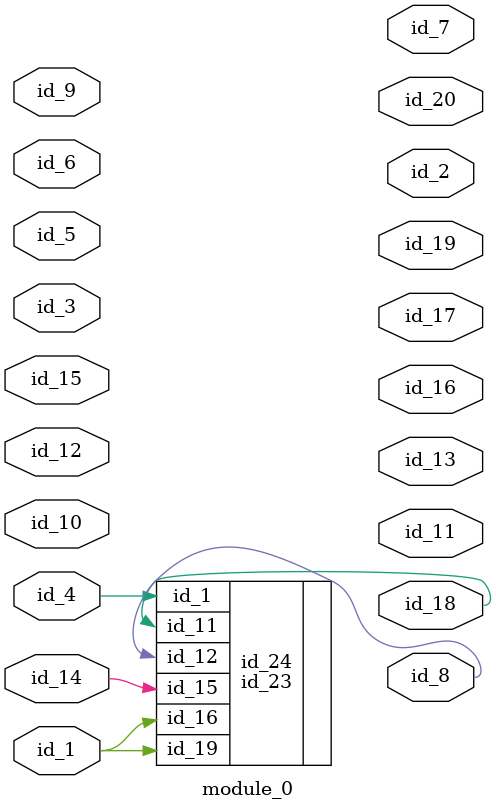
<source format=v>
module module_0 (
    id_1,
    id_2,
    id_3,
    id_4,
    id_5,
    id_6,
    id_7,
    id_8,
    id_9,
    id_10,
    id_11,
    id_12,
    id_13,
    id_14,
    id_15,
    id_16,
    id_17,
    id_18,
    id_19,
    id_20
);
  output id_20;
  output id_19;
  output id_18;
  output id_17;
  output id_16;
  input id_15;
  input id_14;
  output id_13;
  input id_12;
  output id_11;
  input id_10;
  input id_9;
  output id_8;
  output id_7;
  input id_6;
  input id_5;
  input id_4;
  input id_3;
  output id_2;
  input id_1;
  id_21 id_22 (
      .id_4(1),
      .id_7(id_9)
  );
  id_23 id_24 (
      .id_11(id_18),
      .id_16(id_1),
      .id_19(id_1),
      .id_1 (id_4),
      .id_12(id_8),
      .id_15(id_13),
      .id_15(id_14)
  );
endmodule

</source>
